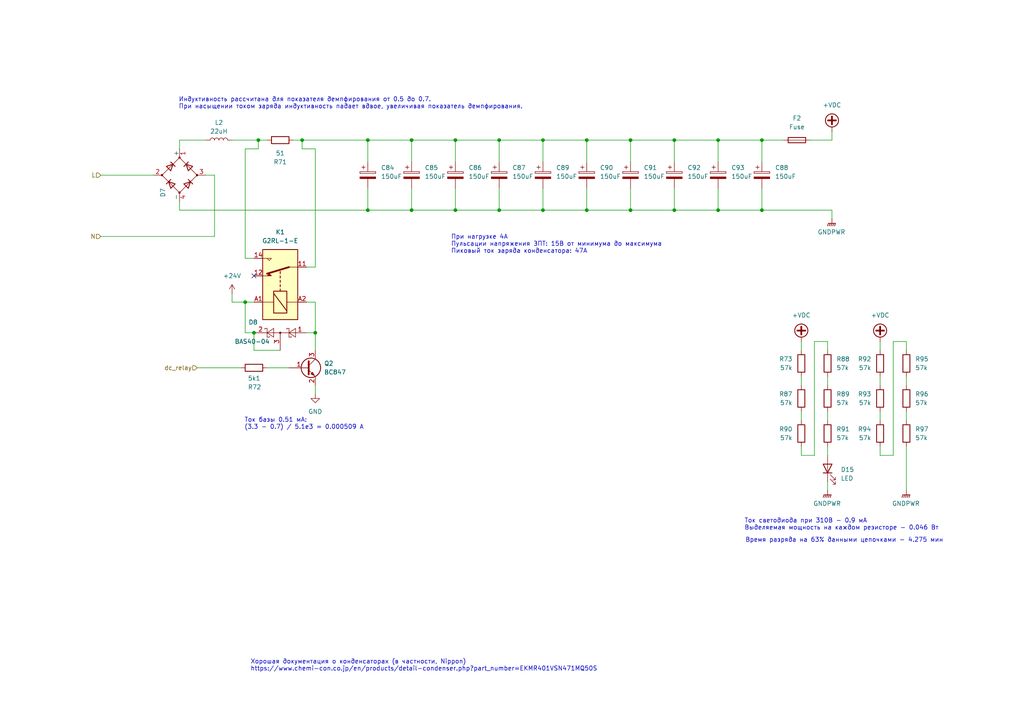
<source format=kicad_sch>
(kicad_sch (version 20231120) (generator "eeschema") (generator_version "8.0")
  (paper "A4")
  (lib_symbols
    (symbol "Device:C_Polarized" (pin_numbers hide) (pin_names (offset 0.254))
      (property "Reference" "C" (at 0.635 2.54 0))
      (property "Value" "C_Polarized" (at 0.635 -2.54 0))
      (symbol "C_Polarized_0_1"
        (rectangle (start -2.286 0.508) (end 2.286 1.016))
        (polyline (pts (xy -1.778 2.286) (xy -0.762 2.286)))
        (polyline (pts (xy -1.27 2.794) (xy -1.27 1.778)))
        (rectangle (start 2.286 -0.508) (end -2.286 -1.016) (fill (type outline)))
      )
      (symbol "C_Polarized_1_1"
        (pin passive line (at 0 3.81 270) (length 2.794) (name "~") (number "1"))
        (pin passive line (at 0 -3.81 90) (length 2.794) (name "~") (number "2"))
      )
    )
    (symbol "Device:D_Bridge_+AA-" (pin_names (offset 0))
      (property "Reference" "D" (at 2.54 6.985 0))
      (property "Value" "D_Bridge_+AA-" (at 2.54 5.08 0))
      (symbol "D_Bridge_+AA-_0_1"
        (circle (center -5.08 0) (radius 0.254) (fill (type outline)))
        (circle (center 0 -5.08) (radius 0.254) (fill (type outline)))
        (polyline (pts (xy -2.54 3.81) (xy -1.27 2.54)) (stroke (width 0.254)))
        (polyline (pts (xy -1.27 -2.54) (xy -2.54 -3.81)) (stroke (width 0.254)))
        (polyline (pts (xy 2.54 -1.27) (xy 3.81 -2.54)) (stroke (width 0.254)))
        (polyline (pts (xy 2.54 1.27) (xy 3.81 2.54)) (stroke (width 0.254)))
        (polyline (pts (xy -3.81 2.54) (xy -2.54 1.27) (xy -1.905 3.175) (xy -3.81 2.54)) (stroke (width 0.254)))
        (polyline (pts (xy -2.54 -1.27) (xy -3.81 -2.54) (xy -1.905 -3.175) (xy -2.54 -1.27)) (stroke (width 0.254)))
        (polyline (pts (xy 1.27 2.54) (xy 2.54 3.81) (xy 3.175 1.905) (xy 1.27 2.54)) (stroke (width 0.254)))
        (polyline (pts (xy 3.175 -1.905) (xy 1.27 -2.54) (xy 2.54 -3.81) (xy 3.175 -1.905)) (stroke (width 0.254)))
        (polyline (pts (xy -5.08 0) (xy 0 -5.08) (xy 5.08 0) (xy 0 5.08) (xy -5.08 0)))
        (circle (center 0 5.08) (radius 0.254) (fill (type outline)))
        (circle (center 5.08 0) (radius 0.254) (fill (type outline)))
      )
      (symbol "D_Bridge_+AA-_1_1"
        (pin passive line (at 7.62 0 180) (length 2.54) (name "+") (number "1"))
        (pin passive line (at 0 7.62 270) (length 2.54) (name "~") (number "2"))
        (pin passive line (at 0 -7.62 90) (length 2.54) (name "~") (number "3"))
        (pin passive line (at -7.62 0 0) (length 2.54) (name "-") (number "4"))
      )
    )
    (symbol "Device:Fuse" (pin_numbers hide) (pin_names (offset 0))
      (property "Reference" "F" (at 2.032 0 90))
      (property "Value" "Fuse" (at -1.905 0 90))
      (symbol "Fuse_0_1"
        (rectangle (start -0.762 -2.54) (end 0.762 2.54) (stroke (width 0.254)))
        (polyline (pts (xy 0 2.54) (xy 0 -2.54)))
      )
      (symbol "Fuse_1_1"
        (pin passive line (at 0 3.81 270) (length 1.27) (name "~") (number "1"))
        (pin passive line (at 0 -3.81 90) (length 1.27) (name "~") (number "2"))
      )
    )
    (symbol "Device:L" (pin_numbers hide) (pin_names (offset 1.016) hide)
      (property "Reference" "L" (at -1.27 0 90))
      (property "Value" "L" (at 1.905 0 90))
      (symbol "L_0_1"
        (arc (start 0 -2.54) (mid 0.6323 -1.905) (end 0 -1.27))
        (arc (start 0 -1.27) (mid 0.6323 -0.635) (end 0 0))
        (arc (start 0 0) (mid 0.6323 0.635) (end 0 1.27))
        (arc (start 0 1.27) (mid 0.6323 1.905) (end 0 2.54))
      )
      (symbol "L_1_1"
        (pin passive line (at 0 3.81 270) (length 1.27) (name "1") (number "1"))
        (pin passive line (at 0 -3.81 90) (length 1.27) (name "2") (number "2"))
      )
    )
    (symbol "Device:LED" (pin_numbers hide) (pin_names (offset 1.016) hide)
      (property "Reference" "D" (at 0 2.54 0))
      (property "Value" "LED" (at 0 -2.54 0))
      (symbol "LED_0_1"
        (polyline (pts (xy -1.27 -1.27) (xy -1.27 1.27)) (stroke (width 0.254)))
        (polyline (pts (xy -1.27 0) (xy 1.27 0)))
        (polyline (pts (xy 1.27 -1.27) (xy 1.27 1.27) (xy -1.27 0) (xy 1.27 -1.27)) (stroke (width 0.254)))
        (polyline (pts (xy -3.048 -0.762) (xy -4.572 -2.286) (xy -3.81 -2.286) (xy -4.572 -2.286) (xy -4.572 -1.524)))
        (polyline (pts (xy -1.778 -0.762) (xy -3.302 -2.286) (xy -2.54 -2.286) (xy -3.302 -2.286) (xy -3.302 -1.524)))
      )
      (symbol "LED_1_1"
        (pin passive line (at -3.81 0 0) (length 2.54) (name "K") (number "1"))
        (pin passive line (at 3.81 0 180) (length 2.54) (name "A") (number "2"))
      )
    )
    (symbol "Device:R" (pin_numbers hide) (pin_names (offset 0))
      (property "Reference" "R" (at 2.032 0 90))
      (property "Value" "R" (at 0 0 90))
      (symbol "R_0_1"
        (rectangle (start -1.016 -2.54) (end 1.016 2.54) (stroke (width 0.254)))
      )
      (symbol "R_1_1"
        (pin passive line (at 0 3.81 270) (length 1.27) (name "~") (number "1"))
        (pin passive line (at 0 -3.81 90) (length 1.27) (name "~") (number "2"))
      )
    )
    (symbol "Diode:BAS40-04" (pin_names (offset 1.016))
      (property "Reference" "D" (at 0.635 -1.27 0))
      (property "Value" "BAS40-04" (at -6.35 5.715 0))
      (symbol "BAS40-04_0_1"
        (polyline (pts (xy -3.81 2.54) (xy -1.27 2.54)))
        (polyline (pts (xy -3.175 1.27) (xy -3.175 1.524)))
        (polyline (pts (xy -2.54 1.27) (xy -3.175 1.27)))
        (polyline (pts (xy -2.54 1.27) (xy -2.54 3.81)))
        (polyline (pts (xy -2.54 3.81) (xy -1.905 3.81)))
        (polyline (pts (xy -1.905 2.54) (xy 1.905 2.54)))
        (polyline (pts (xy -1.905 3.81) (xy -1.905 3.556)))
        (polyline (pts (xy 1.27 2.54) (xy 3.81 2.54)))
        (polyline (pts (xy 3.175 1.27) (xy 3.175 1.524)))
        (polyline (pts (xy 3.81 1.27) (xy 3.175 1.27)))
        (polyline (pts (xy 3.81 1.27) (xy 3.81 3.81)))
        (polyline (pts (xy 3.81 3.81) (xy 4.445 3.81)))
        (polyline (pts (xy 4.445 3.81) (xy 4.445 3.556)))
        (polyline (pts (xy -4.445 3.81) (xy -4.445 1.27) (xy -2.54 2.54) (xy -4.445 3.81)))
        (polyline (pts (xy 1.905 3.81) (xy 1.905 1.27) (xy 3.81 2.54) (xy 1.905 3.81)))
        (circle (center 0 2.54) (radius 0.254) (fill (type outline)))
      )
      (symbol "BAS40-04_1_1"
        (pin passive line (at -7.62 2.54 0) (length 3.81) (name "~") (number "1"))
        (pin passive line (at 7.62 2.54 180) (length 3.81) (name "~") (number "2"))
        (pin passive line (at 0 -2.54 90) (length 5.08) (name "~") (number "3"))
      )
    )
    (symbol "Relay:G2RL-1-E"
      (property "Reference" "K" (at 11.43 3.81 0))
      (property "Value" "G2RL-1-E" (at 11.43 1.27 0))
      (symbol "G2RL-1-E_0_0"
        (polyline (pts (xy 7.62 5.08) (xy 7.62 2.54) (xy 6.985 3.175) (xy 7.62 3.81)))
      )
      (symbol "G2RL-1-E_0_1"
        (rectangle (start -10.16 5.08) (end 10.16 -5.08) (stroke (width 0.254)) (fill (type background)))
        (rectangle (start -8.255 1.905) (end -1.905 -1.905) (stroke (width 0.254)))
        (polyline (pts (xy -7.62 -1.905) (xy -2.54 1.905)) (stroke (width 0.254)))
        (polyline (pts (xy -5.08 -5.08) (xy -5.08 -1.905)))
        (polyline (pts (xy -5.08 5.08) (xy -5.08 1.905)))
        (polyline (pts (xy -1.905 0) (xy -1.27 0)) (stroke (width 0.254)))
        (polyline (pts (xy -0.635 0) (xy 0 0)) (stroke (width 0.254)))
        (polyline (pts (xy 0.635 0) (xy 1.27 0)) (stroke (width 0.254)))
        (polyline (pts (xy 1.905 0) (xy 2.54 0)) (stroke (width 0.254)))
        (polyline (pts (xy 3.175 0) (xy 3.81 0)) (stroke (width 0.254)))
        (polyline (pts (xy 5.08 -2.54) (xy 3.175 3.81)) (stroke (width 0.508)))
        (polyline (pts (xy 5.08 -2.54) (xy 5.08 -5.08)))
        (polyline (pts (xy 2.54 5.08) (xy 2.54 2.54) (xy 3.175 3.175) (xy 2.54 3.81)) (fill (type outline)))
      )
      (symbol "G2RL-1-E_1_1"
        (pin passive line (at 5.08 -7.62 90) (length 2.54) (name "~") (number "11"))
        (pin passive line (at 2.54 7.62 270) (length 2.54) (name "~") (number "12"))
        (pin passive line (at 7.62 7.62 270) (length 2.54) (name "~") (number "14"))
        (pin passive line (at -5.08 7.62 270) (length 2.54) (name "~") (number "A1"))
        (pin passive line (at -5.08 -7.62 90) (length 2.54) (name "~") (number "A2"))
      )
    )
    (symbol "Transistor_BJT:BC847" (pin_names (offset 0) hide)
      (property "Reference" "Q" (at 5.08 1.905 0))
      (property "Value" "BC847" (at 5.08 0 0))
      (symbol "BC847_0_1"
        (polyline (pts (xy 0.635 0.635) (xy 2.54 2.54)))
        (polyline (pts (xy 0.635 -0.635) (xy 2.54 -2.54) (xy 2.54 -2.54)))
        (polyline (pts (xy 0.635 1.905) (xy 0.635 -1.905) (xy 0.635 -1.905)) (stroke (width 0.508)))
        (polyline (pts (xy 1.27 -1.778) (xy 1.778 -1.27) (xy 2.286 -2.286) (xy 1.27 -1.778) (xy 1.27 -1.778)) (fill (type outline)))
        (circle (center 1.27 0) (radius 2.8194) (stroke (width 0.254)))
      )
      (symbol "BC847_1_1"
        (pin input line (at -5.08 0 0) (length 5.715) (name "B") (number "1"))
        (pin passive line (at 2.54 -5.08 90) (length 2.54) (name "E") (number "2"))
        (pin passive line (at 2.54 5.08 270) (length 2.54) (name "C") (number "3"))
      )
    )
    (symbol "power:+24V" (power) (pin_numbers hide) (pin_names (offset 0) hide)
      (property "Value" "+24V" (at 0 3.556 0))
      (symbol "+24V_0_1"
        (polyline (pts (xy -0.762 1.27) (xy 0 2.54)))
        (polyline (pts (xy 0 0) (xy 0 2.54)))
        (polyline (pts (xy 0 2.54) (xy 0.762 1.27)))
      )
      (symbol "+24V_1_1"
        (pin power_in line (at 0 0 90) (length 0) (name "~") (number "1"))
      )
    )
    (symbol "power:+VDC" (power) (pin_numbers hide) (pin_names (offset 0) hide)
      (property "Value" "+VDC" (at 0 6.35 0))
      (symbol "+VDC_0_1"
        (polyline (pts (xy -1.143 3.175) (xy 1.143 3.175)) (stroke (width 0.508)))
        (polyline (pts (xy 0 0) (xy 0 1.27)))
        (polyline (pts (xy 0 2.032) (xy 0 4.318)) (stroke (width 0.508)))
        (circle (center 0 3.175) (radius 1.905) (stroke (width 0.254)))
      )
      (symbol "+VDC_1_1"
        (pin power_in line (at 0 0 90) (length 0) (name "~") (number "1"))
      )
    )
    (symbol "power:GND" (power) (pin_numbers hide) (pin_names (offset 0) hide)
      (property "Value" "GND" (at 0 -3.81 0))
      (symbol "GND_0_1"
        (polyline (pts (xy 0 0) (xy 0 -1.27) (xy 1.27 -1.27) (xy 0 -2.54) (xy -1.27 -1.27) (xy 0 -1.27)))
      )
      (symbol "GND_1_1"
        (pin power_in line (at 0 0 270) (length 0) (name "~") (number "1"))
      )
    )
    (symbol "power:GNDPWR" (power) (pin_numbers hide) (pin_names (offset 0) hide)
      (property "Value" "GNDPWR" (at 0 -3.302 0))
      (symbol "GNDPWR_0_1"
        (polyline (pts (xy 0 -1.27) (xy 0 0)))
        (polyline (pts (xy -1.016 -1.27) (xy -1.27 -2.032) (xy -1.27 -2.032)) (stroke (width 0.2032)))
        (polyline (pts (xy -0.508 -1.27) (xy -0.762 -2.032) (xy -0.762 -2.032)) (stroke (width 0.2032)))
        (polyline (pts (xy 0 -1.27) (xy -0.254 -2.032) (xy -0.254 -2.032)) (stroke (width 0.2032)))
        (polyline (pts (xy 0.508 -1.27) (xy 0.254 -2.032) (xy 0.254 -2.032)) (stroke (width 0.2032)))
        (polyline (pts (xy 1.016 -1.27) (xy -1.016 -1.27) (xy -1.016 -1.27)) (stroke (width 0.2032)))
        (polyline (pts (xy 1.016 -1.27) (xy 0.762 -2.032) (xy 0.762 -2.032) (xy 0.762 -2.032)) (stroke (width 0.2032)))
      )
      (symbol "GNDPWR_1_1"
        (pin power_in line (at 0 0 270) (length 0) (name "~") (number "1"))
      )
    )
  )
  (junction (at 106.68 60.96))
  (junction (at 119.38 40.64))
  (junction (at 132.08 40.64))
  (junction (at 91.44 96.52))
  (junction (at 74.93 40.64))
  (junction (at 170.18 40.64))
  (junction (at 208.28 60.96))
  (junction (at 71.12 87.63))
  (junction (at 157.48 60.96))
  (junction (at 144.78 40.64))
  (junction (at 73.66 96.52))
  (junction (at 195.58 40.64))
  (junction (at 220.98 40.64))
  (junction (at 157.48 40.64))
  (junction (at 195.58 60.96))
  (junction (at 182.88 60.96))
  (junction (at 220.98 60.96))
  (junction (at 170.18 60.96))
  (junction (at 144.78 60.96))
  (junction (at 208.28 40.64))
  (junction (at 132.08 60.96))
  (junction (at 182.88 40.64))
  (junction (at 87.63 40.64))
  (junction (at 119.38 60.96))
  (junction (at 106.68 40.64))
  (no_connect (at 73.66 80.01))
  (wire (pts (xy 144.78 60.96) (xy 157.48 60.96)))
  (wire (pts (xy 73.66 96.52) (xy 71.12 96.52)))
  (wire (pts (xy 71.12 87.63) (xy 71.12 96.52)))
  (wire (pts (xy 240.03 99.06) (xy 240.03 101.6)))
  (wire (pts (xy 195.58 40.64) (xy 195.58 46.99)))
  (wire (pts (xy 170.18 54.61) (xy 170.18 60.96)))
  (wire (pts (xy 85.09 40.64) (xy 87.63 40.64)))
  (wire (pts (xy 91.44 43.18) (xy 87.63 43.18)))
  (wire (pts (xy 255.27 129.54) (xy 255.27 132.08)))
  (wire (pts (xy 132.08 54.61) (xy 132.08 60.96)))
  (wire (pts (xy 132.08 40.64) (xy 132.08 46.99)))
  (wire (pts (xy 73.66 74.93) (xy 71.12 74.93)))
  (wire (pts (xy 182.88 40.64) (xy 195.58 40.64)))
  (wire (pts (xy 77.47 106.68) (xy 83.82 106.68)))
  (wire (pts (xy 195.58 40.64) (xy 208.28 40.64)))
  (wire (pts (xy 232.41 119.38) (xy 232.41 121.92)))
  (wire (pts (xy 208.28 40.64) (xy 220.98 40.64)))
  (wire (pts (xy 262.89 129.54) (xy 262.89 142.24)))
  (wire (pts (xy 73.66 87.63) (xy 71.12 87.63)))
  (wire (pts (xy 91.44 96.52) (xy 91.44 87.63)))
  (wire (pts (xy 87.63 40.64) (xy 106.68 40.64)))
  (wire (pts (xy 220.98 60.96) (xy 241.3 60.96)))
  (wire (pts (xy 91.44 87.63) (xy 88.9 87.63)))
  (wire (pts (xy 259.08 99.06) (xy 262.89 99.06)))
  (wire (pts (xy 157.48 60.96) (xy 170.18 60.96)))
  (wire (pts (xy 240.03 129.54) (xy 240.03 132.08)))
  (wire (pts (xy 220.98 54.61) (xy 220.98 60.96)))
  (wire (pts (xy 106.68 40.64) (xy 106.68 46.99)))
  (wire (pts (xy 262.89 109.22) (xy 262.89 111.76)))
  (wire (pts (xy 241.3 40.64) (xy 241.3 38.1)))
  (wire (pts (xy 144.78 40.64) (xy 144.78 46.99)))
  (wire (pts (xy 132.08 40.64) (xy 144.78 40.64)))
  (wire (pts (xy 67.31 40.64) (xy 74.93 40.64)))
  (wire (pts (xy 52.07 40.64) (xy 52.07 43.18)))
  (wire (pts (xy 195.58 60.96) (xy 208.28 60.96)))
  (wire (pts (xy 62.23 50.8) (xy 62.23 68.58)))
  (wire (pts (xy 236.22 132.08) (xy 232.41 132.08)))
  (wire (pts (xy 74.93 43.18) (xy 74.93 40.64)))
  (wire (pts (xy 81.28 101.6) (xy 73.66 101.6)))
  (wire (pts (xy 106.68 60.96) (xy 106.68 54.61)))
  (wire (pts (xy 119.38 40.64) (xy 132.08 40.64)))
  (wire (pts (xy 157.48 54.61) (xy 157.48 60.96)))
  (wire (pts (xy 157.48 40.64) (xy 170.18 40.64)))
  (wire (pts (xy 71.12 87.63) (xy 67.31 87.63)))
  (wire (pts (xy 236.22 99.06) (xy 236.22 132.08)))
  (wire (pts (xy 182.88 40.64) (xy 182.88 46.99)))
  (wire (pts (xy 220.98 40.64) (xy 227.33 40.64)))
  (wire (pts (xy 144.78 60.96) (xy 132.08 60.96)))
  (wire (pts (xy 170.18 60.96) (xy 182.88 60.96)))
  (wire (pts (xy 144.78 40.64) (xy 157.48 40.64)))
  (wire (pts (xy 195.58 54.61) (xy 195.58 60.96)))
  (wire (pts (xy 262.89 119.38) (xy 262.89 121.92)))
  (wire (pts (xy 240.03 109.22) (xy 240.03 111.76)))
  (wire (pts (xy 59.69 50.8) (xy 62.23 50.8)))
  (wire (pts (xy 255.27 109.22) (xy 255.27 111.76)))
  (wire (pts (xy 157.48 40.64) (xy 157.48 46.99)))
  (wire (pts (xy 52.07 60.96) (xy 106.68 60.96)))
  (wire (pts (xy 208.28 54.61) (xy 208.28 60.96)))
  (wire (pts (xy 182.88 60.96) (xy 195.58 60.96)))
  (wire (pts (xy 91.44 101.6) (xy 91.44 96.52)))
  (wire (pts (xy 232.41 129.54) (xy 232.41 132.08)))
  (wire (pts (xy 52.07 58.42) (xy 52.07 60.96)))
  (wire (pts (xy 87.63 40.64) (xy 87.63 43.18)))
  (wire (pts (xy 220.98 40.64) (xy 220.98 46.99)))
  (wire (pts (xy 232.41 109.22) (xy 232.41 111.76)))
  (wire (pts (xy 119.38 60.96) (xy 106.68 60.96)))
  (wire (pts (xy 234.95 40.64) (xy 241.3 40.64)))
  (wire (pts (xy 77.47 40.64) (xy 74.93 40.64)))
  (wire (pts (xy 67.31 87.63) (xy 67.31 85.09)))
  (wire (pts (xy 73.66 101.6) (xy 73.66 96.52)))
  (wire (pts (xy 62.23 68.58) (xy 29.21 68.58)))
  (wire (pts (xy 29.21 50.8) (xy 44.45 50.8)))
  (wire (pts (xy 255.27 119.38) (xy 255.27 121.92)))
  (wire (pts (xy 241.3 63.5) (xy 241.3 60.96)))
  (wire (pts (xy 208.28 46.99) (xy 208.28 40.64)))
  (wire (pts (xy 132.08 60.96) (xy 119.38 60.96)))
  (wire (pts (xy 52.07 40.64) (xy 59.69 40.64)))
  (wire (pts (xy 170.18 40.64) (xy 182.88 40.64)))
  (wire (pts (xy 144.78 54.61) (xy 144.78 60.96)))
  (wire (pts (xy 262.89 99.06) (xy 262.89 101.6)))
  (wire (pts (xy 88.9 77.47) (xy 91.44 77.47)))
  (wire (pts (xy 232.41 99.06) (xy 232.41 101.6)))
  (wire (pts (xy 259.08 99.06) (xy 259.08 132.08)))
  (wire (pts (xy 91.44 111.76) (xy 91.44 114.3)))
  (wire (pts (xy 240.03 139.7) (xy 240.03 142.24)))
  (wire (pts (xy 240.03 119.38) (xy 240.03 121.92)))
  (wire (pts (xy 236.22 99.06) (xy 240.03 99.06)))
  (wire (pts (xy 182.88 54.61) (xy 182.88 60.96)))
  (wire (pts (xy 88.9 96.52) (xy 91.44 96.52)))
  (wire (pts (xy 91.44 77.47) (xy 91.44 43.18)))
  (wire (pts (xy 119.38 54.61) (xy 119.38 60.96)))
  (wire (pts (xy 119.38 40.64) (xy 119.38 46.99)))
  (wire (pts (xy 57.15 106.68) (xy 69.85 106.68)))
  (wire (pts (xy 208.28 60.96) (xy 220.98 60.96)))
  (wire (pts (xy 106.68 40.64) (xy 119.38 40.64)))
  (wire (pts (xy 71.12 74.93) (xy 71.12 43.18)))
  (wire (pts (xy 71.12 43.18) (xy 74.93 43.18)))
  (wire (pts (xy 259.08 132.08) (xy 255.27 132.08)))
  (wire (pts (xy 170.18 40.64) (xy 170.18 46.99)))
  (wire (pts (xy 255.27 99.06) (xy 255.27 101.6)))
  (text "При нагрузке 4А\nПульсации напряжения ЗПТ: 15В от минимума до максимума\nПиковый ток заряда конденсатора: 47А" (at 130.81 70.866 0) (effects (font (size 1.27 1.27)) (justify left)))
  (text "Индуктивность рассчитана для показателя демпфирования от 0.5 до 0.7.\nПри насыщении током заряда индуктивность падает вдвое, увеличивая показатель демпфирования." (at 51.816 29.972 0) (effects (font (size 1.27 1.27)) (justify left)))
  (text "Хорошая документация о конденсаторах (в частности, Nippon)\nhttps://www.chemi-con.co.jp/en/products/detail-condenser.php?part_number=EKMR401VSN471MQ50S" (at 72.644 193.04 0) (effects (font (size 1.27 1.27)) (justify left)))
  (text "Ток светодиода при 310В - 0.9 мА\nВыделяемая мощность на каждом резисторе - 0.046 Вт" (at 215.9 152.146 0) (effects (font (size 1.27 1.27)) (justify left)))
  (text "Ток базы 0.51 мА:\n(3.3 - 0.7) / 5.1e3 = 0.000509 A" (at 70.866 122.936 0) (effects (font (size 1.27 1.27)) (justify left)))
  (text "Время разряда на 63% данными цепочками - 4.275 мин" (at 216.154 156.718 0) (effects (font (size 1.27 1.27)) (justify left)))
  (hierarchical_label "L" (shape input) (at 29.21 50.8 180))
  (hierarchical_label "dc_relay" (shape input) (at 57.15 106.68 180))
  (hierarchical_label "N" (shape input) (at 29.21 68.58 180))
  (symbol (lib_id "power:GNDPWR") (at 241.3 63.5 0) (unit 1)
    (property "Reference" "#PWR086" (effects (hide yes)))
    (property "Value" "GNDPWR" (at 241.173 67.31 0))
    (property "Description" "Power symbol creates a global label with name \"GNDPWR\" , global ground" (effects (hide yes)))
  )
  (symbol (lib_id "Device:R") (at 232.41 125.73 0) (mirror x) (unit 1)
    (property "Reference" "R90" (at 229.87 124.4599 0) (effects (justify right)))
    (property "Value" "57k" (at 229.87 126.9999 0) (effects (justify right)))
    (property "Footprint" "Resistor_SMD:R_1206_3216Metric" (effects (hide yes)))
    (property "Description" "Resistor" (effects (hide yes)))
  )
  (symbol (lib_id "Device:R") (at 240.03 115.57 180) (unit 1)
    (property "Reference" "R89" (at 242.57 114.2999 0) (effects (justify right)))
    (property "Value" "57k" (at 242.57 116.8399 0) (effects (justify right)))
    (property "Footprint" "Resistor_SMD:R_1206_3216Metric" (effects (hide yes)))
    (property "Description" "Resistor" (effects (hide yes)))
  )
  (symbol (lib_id "Device:R") (at 262.89 125.73 180) (unit 1)
    (property "Reference" "R97" (at 265.43 124.4599 0) (effects (justify right)))
    (property "Value" "57k" (at 265.43 126.9999 0) (effects (justify right)))
    (property "Footprint" "Resistor_SMD:R_1206_3216Metric" (effects (hide yes)))
    (property "Description" "Resistor" (effects (hide yes)))
  )
  (symbol (lib_id "Device:R") (at 255.27 105.41 0) (mirror x) (unit 1)
    (property "Reference" "R92" (at 252.73 104.1399 0) (effects (justify right)))
    (property "Value" "57k" (at 252.73 106.6799 0) (effects (justify right)))
    (property "Footprint" "Resistor_SMD:R_1206_3216Metric" (effects (hide yes)))
    (property "Description" "Resistor" (effects (hide yes)))
  )
  (symbol (lib_id "Device:C_Polarized") (at 144.78 50.8 0) (unit 1)
    (property "Reference" "C87" (at 148.59 48.6409 0) (effects (justify left)))
    (property "Value" "150uF" (at 148.59 51.1809 0) (effects (justify left)))
    (property "Footprint" "Capacitor_THT:CP_Radial_D30.0mm_P10.00mm_SnapIn" (effects (hide yes)))
    (property "Datasheet" "https://doc.platan.ru/pdf/datasheets/epcos/B41505_B43505.pdf" (effects (hide yes)))
    (property "Description" "B43505C5157M, Snap-In, 450V 150uF /30*35/105 C" (effects (hide yes)))
  )
  (symbol (lib_id "power:GNDPWR") (at 240.03 142.24 0) (unit 1)
    (property "Reference" "#PWR0108" (effects (hide yes)))
    (property "Value" "GNDPWR" (at 239.903 146.05 0))
    (property "Description" "Power symbol creates a global label with name \"GNDPWR\" , global ground" (effects (hide yes)))
  )
  (symbol (lib_id "power:+VDC") (at 255.27 99.06 0) (unit 1)
    (property "Reference" "#PWR0109" (effects (hide yes)))
    (property "Value" "+VDC" (at 255.27 91.44 0))
    (property "Description" "Power symbol creates a global label with name \"+VDC\"" (effects (hide yes)))
  )
  (symbol (lib_id "power:+VDC") (at 232.41 99.06 0) (unit 1)
    (property "Reference" "#PWR0107" (effects (hide yes)))
    (property "Value" "+VDC" (at 232.41 91.44 0))
    (property "Description" "Power symbol creates a global label with name \"+VDC\"" (effects (hide yes)))
  )
  (symbol (lib_id "Device:R") (at 240.03 125.73 180) (unit 1)
    (property "Reference" "R91" (at 242.57 124.4599 0) (effects (justify right)))
    (property "Value" "57k" (at 242.57 126.9999 0) (effects (justify right)))
    (property "Footprint" "Resistor_SMD:R_1206_3216Metric" (effects (hide yes)))
    (property "Description" "Resistor" (effects (hide yes)))
  )
  (symbol (lib_id "Device:L") (at 63.5 40.64 90) (unit 1)
    (property "Reference" "L2" (at 63.5 35.56 90))
    (property "Value" "22uH" (at 63.5 38.1 90))
    (property "Footprint" "Inductor_SMD:L_Vishay_IHLP-6767" (effects (hide yes)))
    (property "Datasheet" "https://static.chipdip.ru/lib/485/DOC011485830.pdf" (effects (hide yes)))
    (property "Description" "IHLP6767GZER220M01" (effects (hide yes)))
  )
  (symbol (lib_id "Device:C_Polarized") (at 132.08 50.8 0) (unit 1)
    (property "Reference" "C86" (at 135.89 48.6409 0) (effects (justify left)))
    (property "Value" "150uF" (at 135.89 51.1809 0) (effects (justify left)))
    (property "Footprint" "Capacitor_THT:CP_Radial_D30.0mm_P10.00mm_SnapIn" (effects (hide yes)))
    (property "Datasheet" "https://doc.platan.ru/pdf/datasheets/epcos/B41505_B43505.pdf" (effects (hide yes)))
    (property "Description" "B43505C5157M, Snap-In, 450V 150uF /30*35/105 C" (effects (hide yes)))
  )
  (symbol (lib_id "Device:R") (at 262.89 105.41 180) (unit 1)
    (property "Reference" "R95" (at 265.43 104.1399 0) (effects (justify right)))
    (property "Value" "57k" (at 265.43 106.6799 0) (effects (justify right)))
    (property "Footprint" "Resistor_SMD:R_1206_3216Metric" (effects (hide yes)))
    (property "Description" "Resistor" (effects (hide yes)))
  )
  (symbol (lib_id "power:GNDPWR") (at 262.89 142.24 0) (unit 1)
    (property "Reference" "#PWR0110" (effects (hide yes)))
    (property "Value" "GNDPWR" (at 262.763 146.05 0))
    (property "Description" "Power symbol creates a global label with name \"GNDPWR\" , global ground" (effects (hide yes)))
  )
  (symbol (lib_id "Device:C_Polarized") (at 195.58 50.8 0) (unit 1)
    (property "Reference" "C92" (at 199.39 48.6409 0) (effects (justify left)))
    (property "Value" "150uF" (at 199.39 51.1809 0) (effects (justify left)))
    (property "Footprint" "Capacitor_THT:CP_Radial_D30.0mm_P10.00mm_SnapIn" (effects (hide yes)))
    (property "Datasheet" "https://doc.platan.ru/pdf/datasheets/epcos/B41505_B43505.pdf" (effects (hide yes)))
    (property "Description" "B43505C5157M, Snap-In, 450V 150uF /30*35/105 C" (effects (hide yes)))
  )
  (symbol (lib_id "Diode:BAS40-04") (at 81.28 99.06 0) (mirror y) (unit 1)
    (property "Reference" "D8" (at 73.406 93.472 0))
    (property "Value" "BAS40-04" (at 73.152 99.06 0))
    (property "Footprint" "Package_TO_SOT_SMD:SOT-23" (effects (hide yes)))
    (property "Datasheet" "http://www.vishay.com/docs/85701/bas40v.pdf" (effects (hide yes)))
    (property "Description" "40V 0.2A Dual Small Signal Schottky Diodes" (effects (hide yes)))
  )
  (symbol (lib_id "Relay:G2RL-1-E") (at 81.28 82.55 90) (unit 1)
    (property "Reference" "K1" (at 81.28 67.31 90))
    (property "Value" "G2RL-1-E" (at 81.28 69.85 90))
    (property "Footprint" "Relay_THT:Relay_SPDT_Omron_G2RL-1-E" (effects (hide yes)))
    (property "Datasheet" "https://omronfs.omron.com/en_US/ecb/products/pdf/en-g2rl.pdf" (effects (hide yes)))
    (property "Description" "General Purpose Low Profile Relay SPDT Through Hole High Capacity, Omron G2RL series, 16A 250VAC" (effects (hide yes)))
  )
  (symbol (lib_id "Device:C_Polarized") (at 182.88 50.8 0) (unit 1)
    (property "Reference" "C91" (at 186.69 48.6409 0) (effects (justify left)))
    (property "Value" "150uF" (at 186.69 51.1809 0) (effects (justify left)))
    (property "Footprint" "Capacitor_THT:CP_Radial_D30.0mm_P10.00mm_SnapIn" (effects (hide yes)))
    (property "Datasheet" "https://doc.platan.ru/pdf/datasheets/epcos/B41505_B43505.pdf" (effects (hide yes)))
    (property "Description" "B43505C5157M, Snap-In, 450V 150uF /30*35/105 C" (effects (hide yes)))
  )
  (symbol (lib_id "Device:C_Polarized") (at 157.48 50.8 0) (unit 1)
    (property "Reference" "C89" (at 161.29 48.6409 0) (effects (justify left)))
    (property "Value" "150uF" (at 161.29 51.1809 0) (effects (justify left)))
    (property "Footprint" "Capacitor_THT:CP_Radial_D30.0mm_P10.00mm_SnapIn" (effects (hide yes)))
    (property "Datasheet" "https://doc.platan.ru/pdf/datasheets/epcos/B41505_B43505.pdf" (effects (hide yes)))
    (property "Description" "B43505C5157M, Snap-In, 450V 150uF /30*35/105 C" (effects (hide yes)))
  )
  (symbol (lib_id "Device:R") (at 81.28 40.64 90) (mirror x) (unit 1)
    (property "Reference" "R71" (at 81.28 46.99 90))
    (property "Value" "51" (at 81.28 44.45 90))
    (property "Footprint" "main:SQM10SJB" (effects (hide yes)))
    (property "Datasheet" "https://doc.platan.ru/pdf/datasheets/yageo/SQM_NSM.pdf" (effects (hide yes)))
    (property "Description" "Resistor" (effects (hide yes)))
  )
  (symbol (lib_id "Device:R") (at 73.66 106.68 90) (unit 1)
    (property "Reference" "R72" (at 71.882 112.268 90) (effects (justify right)))
    (property "Value" "5k1" (at 71.882 109.728 90) (effects (justify right)))
    (property "Footprint" "Resistor_SMD:R_0805_2012Metric" (effects (hide yes)))
    (property "Description" "Resistor" (effects (hide yes)))
  )
  (symbol (lib_id "Device:R") (at 255.27 125.73 0) (mirror x) (unit 1)
    (property "Reference" "R94" (at 252.73 124.4599 0) (effects (justify right)))
    (property "Value" "57k" (at 252.73 126.9999 0) (effects (justify right)))
    (property "Footprint" "Resistor_SMD:R_1206_3216Metric" (effects (hide yes)))
    (property "Description" "Resistor" (effects (hide yes)))
  )
  (symbol (lib_id "Device:R") (at 262.89 115.57 180) (unit 1)
    (property "Reference" "R96" (at 265.43 114.2999 0) (effects (justify right)))
    (property "Value" "57k" (at 265.43 116.8399 0) (effects (justify right)))
    (property "Footprint" "Resistor_SMD:R_1206_3216Metric" (effects (hide yes)))
    (property "Description" "Resistor" (effects (hide yes)))
  )
  (symbol (lib_id "Device:Fuse") (at 231.14 40.64 90) (unit 1)
    (property "Reference" "F2" (at 231.14 34.29 90))
    (property "Value" "Fuse" (at 231.14 36.83 90))
    (property "Description" "Fuse" (effects (hide yes)))
  )
  (symbol (lib_id "power:+VDC") (at 241.3 38.1 0) (unit 1)
    (property "Reference" "#PWR087" (effects (hide yes)))
    (property "Value" "+VDC" (at 241.3 30.48 0))
    (property "Description" "Power symbol creates a global label with name \"+VDC\"" (effects (hide yes)))
  )
  (symbol (lib_id "power:GND") (at 91.44 114.3 0) (unit 1)
    (property "Reference" "#PWR089" (effects (hide yes)))
    (property "Value" "GND" (at 91.44 119.38 0))
    (property "Description" "Power symbol creates a global label with name \"GND\" , ground" (effects (hide yes)))
  )
  (symbol (lib_id "Device:C_Polarized") (at 119.38 50.8 0) (unit 1)
    (property "Reference" "C85" (at 123.19 48.6409 0) (effects (justify left)))
    (property "Value" "150uF" (at 123.19 51.1809 0) (effects (justify left)))
    (property "Footprint" "Capacitor_THT:CP_Radial_D30.0mm_P10.00mm_SnapIn" (effects (hide yes)))
    (property "Datasheet" "https://doc.platan.ru/pdf/datasheets/epcos/B41505_B43505.pdf" (effects (hide yes)))
    (property "Description" "B43505C5157M, Snap-In, 450V 150uF /30*35/105 C" (effects (hide yes)))
  )
  (symbol (lib_id "Transistor_BJT:BC847") (at 88.9 106.68 0) (unit 1)
    (property "Reference" "Q2" (at 93.98 105.4099 0) (effects (justify left)))
    (property "Value" "BC847" (at 93.98 107.9499 0) (effects (justify left)))
    (property "Footprint" "Package_TO_SOT_SMD:SOT-23" (effects (hide yes)))
    (property "Datasheet" "http://www.infineon.com/dgdl/Infineon-BC847SERIES_BC848SERIES_BC849SERIES_BC850SERIES-DS-v01_01-en.pdf?fileId=db3a304314dca389011541d4630a1657" (effects (hide yes)))
    (property "Description" "0.1A Ic, 45V Vce, NPN Transistor, SOT-23" (effects (hide yes)))
  )
  (symbol (lib_id "Device:C_Polarized") (at 220.98 50.8 0) (unit 1)
    (property "Reference" "C88" (at 224.79 48.6409 0) (effects (justify left)))
    (property "Value" "150uF" (at 224.79 51.1809 0) (effects (justify left)))
    (property "Footprint" "Capacitor_THT:CP_Radial_D30.0mm_P10.00mm_SnapIn" (effects (hide yes)))
    (property "Datasheet" "https://doc.platan.ru/pdf/datasheets/epcos/B41505_B43505.pdf" (effects (hide yes)))
    (property "Description" "B43505C5157M, Snap-In, 450V 150uF /30*35/105 C" (effects (hide yes)))
  )
  (symbol (lib_id "Device:C_Polarized") (at 170.18 50.8 0) (unit 1)
    (property "Reference" "C90" (at 173.99 48.6409 0) (effects (justify left)))
    (property "Value" "150uF" (at 173.99 51.1809 0) (effects (justify left)))
    (property "Footprint" "Capacitor_THT:CP_Radial_D30.0mm_P10.00mm_SnapIn" (effects (hide yes)))
    (property "Datasheet" "https://doc.platan.ru/pdf/datasheets/epcos/B41505_B43505.pdf" (effects (hide yes)))
    (property "Description" "B43505C5157M, Snap-In, 450V 150uF /30*35/105 C" (effects (hide yes)))
  )
  (symbol (lib_id "Device:D_Bridge_+AA-") (at 52.07 50.8 90) (unit 1)
    (property "Reference" "D7" (at 47.244 55.88 0))
    (property "Value" "D_Bridge_+AA-" (effects (hide yes)))
    (property "Footprint" "main:Diode_Bridge_Vishay_GSIB-5S" (effects (hide yes)))
    (property "Description" "Diode bridge, +ve/AC/AC/-ve" (effects (hide yes)))
  )
  (symbol (lib_id "Device:R") (at 240.03 105.41 180) (unit 1)
    (property "Reference" "R88" (at 242.57 104.1399 0) (effects (justify right)))
    (property "Value" "57k" (at 242.57 106.6799 0) (effects (justify right)))
    (property "Footprint" "Resistor_SMD:R_1206_3216Metric" (effects (hide yes)))
    (property "Description" "Resistor" (effects (hide yes)))
  )
  (symbol (lib_id "Device:R") (at 232.41 115.57 0) (mirror x) (unit 1)
    (property "Reference" "R87" (at 229.87 114.2999 0) (effects (justify right)))
    (property "Value" "57k" (at 229.87 116.8399 0) (effects (justify right)))
    (property "Footprint" "Resistor_SMD:R_1206_3216Metric" (effects (hide yes)))
    (property "Description" "Resistor" (effects (hide yes)))
  )
  (symbol (lib_id "Device:C_Polarized") (at 106.68 50.8 0) (unit 1)
    (property "Reference" "C84" (at 110.49 48.6409 0) (effects (justify left)))
    (property "Value" "150uF" (at 110.49 51.1809 0) (effects (justify left)))
    (property "Footprint" "Capacitor_THT:CP_Radial_D30.0mm_P10.00mm_SnapIn" (effects (hide yes)))
    (property "Datasheet" "https://doc.platan.ru/pdf/datasheets/epcos/B41505_B43505.pdf" (effects (hide yes)))
    (property "Description" "B43505C5157M, Snap-In, 450V 150uF /30*35/105 C" (effects (hide yes)))
  )
  (symbol (lib_id "Device:C_Polarized") (at 208.28 50.8 0) (unit 1)
    (property "Reference" "C93" (at 212.09 48.6409 0) (effects (justify left)))
    (property "Value" "150uF" (at 212.09 51.1809 0) (effects (justify left)))
    (property "Footprint" "Capacitor_THT:CP_Radial_D30.0mm_P10.00mm_SnapIn" (effects (hide yes)))
    (property "Datasheet" "https://doc.platan.ru/pdf/datasheets/epcos/B41505_B43505.pdf" (effects (hide yes)))
    (property "Description" "B43505C5157M, Snap-In, 450V 150uF /30*35/105 C" (effects (hide yes)))
  )
  (symbol (lib_id "Device:LED") (at 240.03 135.89 90) (unit 1)
    (property "Reference" "D15" (at 243.84 136.2074 90) (effects (justify right)))
    (property "Value" "LED" (at 243.84 138.7474 90) (effects (justify right)))
    (property "Footprint" "LED_SMD:LED_0805_2012Metric" (effects (hide yes)))
    (property "Description" "Light emitting diode" (effects (hide yes)))
  )
  (symbol (lib_id "power:+24V") (at 67.31 85.09 0) (unit 1)
    (property "Reference" "#PWR088" (effects (hide yes)))
    (property "Value" "+24V" (at 67.31 80.01 0))
    (property "Description" "Power symbol creates a global label with name \"+24V\"" (effects (hide yes)))
  )
  (symbol (lib_id "Device:R") (at 255.27 115.57 0) (mirror x) (unit 1)
    (property "Reference" "R93" (at 252.73 114.2999 0) (effects (justify right)))
    (property "Value" "57k" (at 252.73 116.8399 0) (effects (justify right)))
    (property "Footprint" "Resistor_SMD:R_1206_3216Metric" (effects (hide yes)))
    (property "Description" "Resistor" (effects (hide yes)))
  )
  (symbol (lib_id "Device:R") (at 232.41 105.41 0) (mirror x) (unit 1)
    (property "Reference" "R73" (at 229.87 104.1399 0) (effects (justify right)))
    (property "Value" "57k" (at 229.87 106.6799 0) (effects (justify right)))
    (property "Footprint" "Resistor_SMD:R_1206_3216Metric" (effects (hide yes)))
    (property "Description" "Resistor" (effects (hide yes)))
  )
)
</source>
